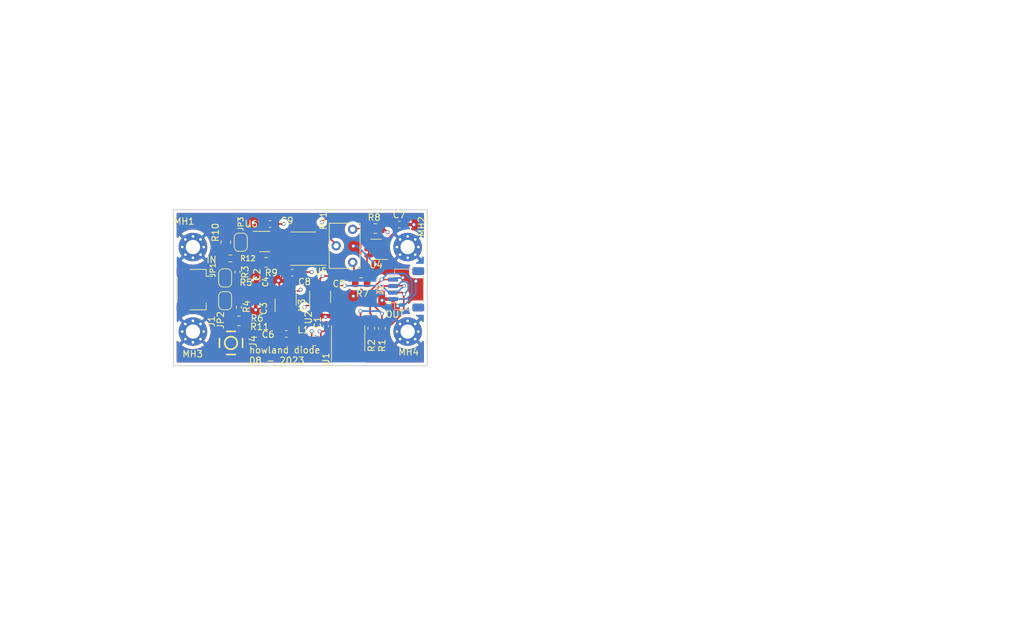
<source format=kicad_pcb>
(kicad_pcb (version 20211014) (generator pcbnew)
  (layers (0 "F.Cu" signal) (1 "In1.Cu" signal) (2 "In2.Cu" power) (31 "B.Cu" power) (34 "B.Paste" user) (35 "F.Paste" user) (36 "B.SilkS" user "B.Silkscreen") (37 "F.SilkS" user "F.Silkscreen") (38 "B.Mask" user) (39 "F.Mask" user) (44 "Edge.Cuts" user))
  (net 0 "")
  (net 1 "GND")
  (net 2 "/Channel1/V+")
  (net 3 "/Channel1/buffer/in+")
  (net 4 "/Channel1/buffer/in-")
  (net 5 "/Channel1/V-")
  (net 6 "+3V3")
  (net 7 "VD")
  (net 8 "/Channel1/I+")
  (net 9 "/Channel1/I-")
  (net 10 "Net-(JP3-Pad1)")
  (net 11 "/Channel1/buffer/out-")
  (net 12 "/Channel1/buffer/out+")
  (net 13 "Net-(JP3-Pad2)")
  (net 14 "GNDPWR")
  (net 15 "/scl-rx")
  (net 16 "/sda-tx")
  (net 17 "Net-(R7-Pad1)")
  (net 18 "Net-(R7-Pad2)")
  (net 19 "Net-(R8-Pad1)")
  (net 21 "Net-(RV1-Pad2)")
  (net 22 "Net-(R10-Pad2)")
  (net 26 "Net-(U5-Pad6)")
  (footprint "MountingHole:MountingHole_2.2mm_M2_Pad_Via" (layer "F.Cu") (at 103 84)
    (fp_text reference "MH1" (at -1.35 -3.95) (layer "F.SilkS"))
    (fp_text value "MountingHole")
    (pad "1" thru_hole circle locked (at -1.65 0) (size 0.7 0.7) (drill 0.4) (layers *.Cu *.Mask) (net 14 "GNDPWR"))
    (pad "1" thru_hole circle locked (at 0 -1.65) (size 0.7 0.7) (drill 0.4) (layers *.Cu *.Mask) (net 14 "GNDPWR"))
    (pad "1" thru_hole circle locked (at 1.166726 1.166726) (size 0.7 0.7) (drill 0.4) (layers *.Cu *.Mask) (net 14 "GNDPWR"))
    (pad "1" thru_hole circle locked (at 1.166726 -1.166726) (size 0.7 0.7) (drill 0.4) (layers *.Cu *.Mask) (net 14 "GNDPWR"))
    (pad "1" thru_hole circle locked (at 0 0) (size 4.4 4.4) (drill 2.2) (layers *.Cu *.Mask) (net 14 "GNDPWR"))
    (pad "1" thru_hole circle locked (at 1.65 0) (size 0.7 0.7) (drill 0.4) (layers *.Cu *.Mask) (net 14 "GNDPWR"))
    (pad "1" thru_hole circle locked (at -1.166726 -1.166726) (size 0.7 0.7) (drill 0.4) (layers *.Cu *.Mask) (net 14 "GNDPWR"))
    (pad "1" thru_hole circle locked (at -1.166726 1.166726) (size 0.7 0.7) (drill 0.4) (layers *.Cu *.Mask) (net 14 "GNDPWR"))
    (pad "1" thru_hole circle locked (at 0 1.65) (size 0.7 0.7) (drill 0.4) (layers *.Cu *.Mask) (net 14 "GNDPWR"))
  )
  (footprint "MountingHole:MountingHole_2.2mm_M2_Pad_Via" (layer "F.Cu") (at 136 84)
    (fp_text reference "MH2" (at 2.15 -3.15 90) (layer "F.SilkS"))
    (fp_text value "MountingHole")
    (pad "1" thru_hole circle locked (at 0 0) (size 4.4 4.4) (drill 2.2) (layers *.Cu *.Mask) (net 14 "GNDPWR"))
    (pad "1" thru_hole circle locked (at 1.166726 -1.166726) (size 0.7 0.7) (drill 0.4) (layers *.Cu *.Mask) (net 14 "GNDPWR"))
    (pad "1" thru_hole circle locked (at -1.65 0) (size 0.7 0.7) (drill 0.4) (layers *.Cu *.Mask) (net 14 "GNDPWR"))
    (pad "1" thru_hole circle locked (at 1.65 0) (size 0.7 0.7) (drill 0.4) (layers *.Cu *.Mask) (net 14 "GNDPWR"))
    (pad "1" thru_hole circle locked (at 1.166726 1.166726) (size 0.7 0.7) (drill 0.4) (layers *.Cu *.Mask) (net 14 "GNDPWR"))
    (pad "1" thru_hole circle locked (at 0 -1.65) (size 0.7 0.7) (drill 0.4) (layers *.Cu *.Mask) (net 14 "GNDPWR"))
    (pad "1" thru_hole circle locked (at 0 1.65) (size 0.7 0.7) (drill 0.4) (layers *.Cu *.Mask) (net 14 "GNDPWR"))
    (pad "1" thru_hole circle locked (at -1.166726 1.166726) (size 0.7 0.7) (drill 0.4) (layers *.Cu *.Mask) (net 14 "GNDPWR"))
    (pad "1" thru_hole circle locked (at -1.166726 -1.166726) (size 0.7 0.7) (drill 0.4) (layers *.Cu *.Mask) (net 14 "GNDPWR"))
  )
  (footprint "MountingHole:MountingHole_2.2mm_M2_Pad_Via" (layer "F.Cu") (at 103 97)
    (fp_text reference "MH3" (at -0.05 3.45) (layer "F.SilkS"))
    (fp_text value "MountingHole")
    (pad "1" thru_hole circle locked (at -1.166726 1.166726) (size 0.7 0.7) (drill 0.4) (layers *.Cu *.Mask) (net 14 "GNDPWR"))
    (pad "1" thru_hole circle locked (at 0 0) (size 4.4 4.4) (drill 2.2) (layers *.Cu *.Mask) (net 14 "GNDPWR"))
    (pad "1" thru_hole circle locked (at 1.166726 1.166726) (size 0.7 0.7) (drill 0.4) (layers *.Cu *.Mask) (net 14 "GNDPWR"))
    (pad "1" thru_hole circle locked (at -1.166726 -1.166726) (size 0.7 0.7) (drill 0.4) (layers *.Cu *.Mask) (net 14 "GNDPWR"))
    (pad "1" thru_hole circle locked (at 1.166726 -1.166726) (size 0.7 0.7) (drill 0.4) (layers *.Cu *.Mask) (net 14 "GNDPWR"))
    (pad "1" thru_hole circle locked (at 0 -1.65) (size 0.7 0.7) (drill 0.4) (layers *.Cu *.Mask) (net 14 "GNDPWR"))
    (pad "1" thru_hole circle locked (at 1.65 0) (size 0.7 0.7) (drill 0.4) (layers *.Cu *.Mask) (net 14 "GNDPWR"))
    (pad "1" thru_hole circle locked (at -1.65 0) (size 0.7 0.7) (drill 0.4) (layers *.Cu *.Mask) (net 14 "GNDPWR"))
    (pad "1" thru_hole circle locked (at 0 1.65) (size 0.7 0.7) (drill 0.4) (layers *.Cu *.Mask) (net 14 "GNDPWR"))
  )
  (footprint "MountingHole:MountingHole_2.2mm_M2_Pad_Via" (layer "F.Cu") (at 136 97)
    (fp_text reference "MH4" (at 0.15 3.15) (layer "F.SilkS"))
    (fp_text value "MountingHole")
    (pad "1" thru_hole circle locked (at 0 0) (size 4.4 4.4) (drill 2.2) (layers *.Cu *.Mask) (net 14 "GNDPWR"))
    (pad "1" thru_hole circle locked (at -1.166726 -1.166726) (size 0.7 0.7) (drill 0.4) (layers *.Cu *.Mask) (net 14 "GNDPWR"))
    (pad "1" thru_hole circle locked (at -1.65 0) (size 0.7 0.7) (drill 0.4) (layers *.Cu *.Mask) (net 14 "GNDPWR"))
    (pad "1" thru_hole circle locked (at 1.65 0) (size 0.7 0.7) (drill 0.4) (layers *.Cu *.Mask) (net 14 "GNDPWR"))
    (pad "1" thru_hole circle locked (at 0 -1.65) (size 0.7 0.7) (drill 0.4) (layers *.Cu *.Mask) (net 14 "GNDPWR"))
    (pad "1" thru_hole circle locked (at 1.166726 1.166726) (size 0.7 0.7) (drill 0.4) (layers *.Cu *.Mask) (net 14 "GNDPWR"))
    (pad "1" thru_hole circle locked (at 1.166726 -1.166726) (size 0.7 0.7) (drill 0.4) (layers *.Cu *.Mask) (net 14 "GNDPWR"))
    (pad "1" thru_hole circle locked (at -1.166726 1.166726) (size 0.7 0.7) (drill 0.4) (layers *.Cu *.Mask) (net 14 "GNDPWR"))
    (pad "1" thru_hole circle locked (at 0 1.65) (size 0.7 0.7) (drill 0.4) (layers *.Cu *.Mask) (net 14 "GNDPWR"))
  )
  (footprint "Resistor_SMD:R_0402_1005Metric" (layer "F.Cu") (at 110.765 90.55 180)
    (fp_text reference "R5" (at -0.385 1.1) (layer "F.SilkS"))
    (fp_text value "100K")
    (pad "1" smd roundrect locked (at -0.485 0 180) (size 0.59 0.64) (layers "F.Cu" "F.Paste" "F.Mask") (net 3 "/Channel1/buffer/in+"))
    (pad "2" smd roundrect locked (at 0.485 0 180) (size 0.59 0.64) (layers "F.Cu" "F.Paste" "F.Mask") (net 2 "/Channel1/V+"))
  )
  (footprint "Resistor_SMD:R_0402_1005Metric" (layer "F.Cu") (at 110.75 91.65 180)
    (fp_text reference "R6" (at -2.1 -3.3) (layer "F.SilkS"))
    (fp_text value "100K")
    (pad "1" smd roundrect locked (at -0.485 0 180) (size 0.59 0.64) (layers "F.Cu" "F.Paste" "F.Mask") (net 4 "/Channel1/buffer/in-"))
    (pad "2" smd roundrect locked (at 0.485 0 180) (size 0.59 0.64) (layers "F.Cu" "F.Paste" "F.Mask") (net 5 "/Channel1/V-"))
  )
  (footprint "Inductor_SMD:L_0805_2012Metric_Pad1.15x1.40mm_HandSolder" (layer "F.Cu") (at 121.635 98.45 180)
    (fp_text reference "L1" (at 1.685 1.7) (layer "F.SilkS"))
    (fp_text value "MMZ2012Y202B ")
    (pad "1" smd roundrect locked (at -1.025 0 180) (size 1.15 1.4) (layers "F.Cu" "F.Paste" "F.Mask") (roundrect_rratio 0.2173913043) (net 7 "VD"))
    (pad "2" smd roundrect locked (at 1.025 0 180) (size 1.15 1.4) (layers "F.Cu" "F.Paste" "F.Mask") (roundrect_rratio 0.2173913043) (net 6 "+3V3"))
  )
  (footprint "Capacitor_SMD:C_0402_1005Metric" (layer "F.Cu") (at 112.65 90.05 -90)
    (fp_text reference "C2" (at -1.8 -0.2 90) (layer "F.SilkS"))
    (fp_text value "100nF")
    (pad "1" smd roundrect locked (at -0.485 0 270) (size 0.59 0.64) (layers "F.Cu" "F.Paste" "F.Mask") (net 1 "GND"))
    (pad "2" smd roundrect locked (at 0.485 0 270) (size 0.59 0.64) (layers "F.Cu" "F.Paste" "F.Mask") (net 3 "/Channel1/buffer/in+"))
  )
  (footprint "Capacitor_SMD:C_0402_1005Metric" (layer "F.Cu") (at 112.65 92.135 -90)
    (fp_text reference "C3" (at 1.315 -1.2 90) (layer "F.SilkS"))
    (fp_text value "100nF")
    (pad "1" smd roundrect locked (at -0.485 0 270) (size 0.59 0.64) (layers "F.Cu" "F.Paste" "F.Mask") (net 4 "/Channel1/buffer/in-"))
    (pad "2" smd roundrect locked (at 0.485 0 270) (size 0.59 0.64) (layers "F.Cu" "F.Paste" "F.Mask") (net 1 "GND"))
  )
  (footprint "Capacitor_SMD:C_0402_1005Metric" (layer "F.Cu") (at 114.05 91.075 -90)
    (fp_text reference "C4" (at -1.725 -0.1 90) (layer "F.SilkS") (effects (font (size 0.8 0.8))))
    (fp_text value "1uF")
    (pad "1" smd roundrect locked (at -0.485 0 270) (size 0.59 0.64) (layers "F.Cu" "F.Paste" "F.Mask") (net 3 "/Channel1/buffer/in+"))
    (pad "2" smd roundrect locked (at 0.485 0 270) (size 0.59 0.64) (layers "F.Cu" "F.Paste" "F.Mask") (net 4 "/Channel1/buffer/in-"))
  )
  (footprint "Capacitor_SMD:C_0402_1005Metric" (layer "F.Cu") (at 124.65 88.35)
    (fp_text reference "C5" (at 0.8 1.3) (layer "F.SilkS"))
    (fp_text value "100nF")
    (pad "1" smd roundrect locked (at -0.485 0) (size 0.59 0.64) (layers "F.Cu" "F.Paste" "F.Mask") (net 7 "VD"))
    (pad "2" smd roundrect locked (at 0.485 0) (size 0.59 0.64) (layers "F.Cu" "F.Paste" "F.Mask") (net 1 "GND"))
  )
  (footprint "Connector_JST:JST_SH_SM04B-SRSS-TB_1x04-1MP_P1.00mm_Horizontal" (layer "F.Cu") (at 103.25 90.55 -90)
    (fp_text reference "J1" (at 4.9 -2.6 90) (layer "F.SilkS"))
    (fp_text value "Conn_01x04")
    (pad "1" smd roundrect locked (at -1.5 -2 270) (size 0.6 1.55) (layers "F.Cu" "F.Paste" "F.Mask") (net 8 "/Channel1/I+"))
    (pad "2" smd roundrect locked (at -0.5 -2 270) (size 0.6 1.55) (layers "F.Cu" "F.Paste" "F.Mask") (net 2 "/Channel1/V+"))
    (pad "3" smd roundrect locked (at 0.5 -2 270) (size 0.6 1.55) (layers "F.Cu" "F.Paste" "F.Mask") (net 5 "/Channel1/V-"))
    (pad "4" smd roundrect locked (at 1.5 -2 270) (size 0.6 1.55) (layers "F.Cu" "F.Paste" "F.Mask") (net 9 "/Channel1/I-"))
    (pad "MP" smd roundrect locked (at 2.8 1.875 270) (size 1.2 1.8) (layers "F.Cu" "F.Paste" "F.Mask") (roundrect_rratio 0.2083333333))
    (pad "MP" smd roundrect locked (at -2.8 1.875 270) (size 1.2 1.8) (layers "F.Cu" "F.Paste" "F.Mask") (roundrect_rratio 0.2083333333))
  )
  (footprint "Jumper:SolderJumper-2_P1.3mm_Open_RoundedPad1.0x1.5mm" (layer "F.Cu") (at 107.95 88.75 -90)
    (fp_text reference "JP1" (at -1.2 1.9 90) (layer "F.SilkS") (effects (font (size 0.8 0.8))))
    (fp_text value "Jumper_NO_Small")
    (pad "1" smd custom locked (at -0.65 0 270) (size 1 0.5) (layers "F.Cu" "F.Mask") (net 8 "/Channel1/I+") (options (clearance outline) (anchor rect)) (primitives (gr_circle (center 0 0.25) (end 0.5 0.25) (width 0) (fill yes)) (gr_circle (center 0 -0.25) (end 0.5 -0.25) (width 0) (fill yes)) (gr_poly (pts (xy 0 -0.75) (xy 0.5 -0.75) (xy 0.5 0.75) (xy 0 0.75)) (width 0) (fill yes))))
    (pad "2" smd custom locked (at 0.65 0 270) (size 1 0.5) (layers "F.Cu" "F.Mask") (net 2 "/Channel1/V+") (options (clearance outline) (anchor rect)) (primitives (gr_circle (center 0 0.25) (end 0.5 0.25) (width 0) (fill yes)) (gr_circle (center 0 -0.25) (end 0.5 -0.25) (width 0) (fill yes)) (gr_poly (pts (xy 0 -0.75) (xy -0.5 -0.75) (xy -0.5 0.75) (xy 0 0.75)) (width 0) (fill yes))))
  )
  (footprint "Jumper:SolderJumper-2_P1.3mm_Open_RoundedPad1.0x1.5mm" (layer "F.Cu") (at 107.95 92.25 -90)
    (fp_text reference "JP2" (at 3 0.7 90) (layer "F.SilkS"))
    (fp_text value "Jumper_NO_Small")
    (pad "1" smd custom locked (at -0.65 0 270) (size 1 0.5) (layers "F.Cu" "F.Mask") (net 5 "/Channel1/V-") (options (clearance outline) (anchor rect)) (primitives (gr_circle (center 0 0.25) (end 0.5 0.25) (width 0) (fill yes)) (gr_circle (center 0 -0.25) (end 0.5 -0.25) (width 0) (fill yes)) (gr_poly (pts (xy 0 -0.75) (xy 0.5 -0.75) (xy 0.5 0.75) (xy 0 0.75)) (width 0) (fill yes))))
    (pad "2" smd custom locked (at 0.65 0 270) (size 1 0.5) (layers "F.Cu" "F.Mask") (net 9 "/Channel1/I-") (options (clearance outline) (anchor rect)) (primitives (gr_circle (center 0 0.25) (end 0.5 0.25) (width 0) (fill yes)) (gr_circle (center 0 -0.25) (end 0.5 -0.25) (width 0) (fill yes)) (gr_poly (pts (xy 0 -0.75) (xy -0.5 -0.75) (xy -0.5 0.75) (xy 0 0.75)) (width 0) (fill yes))))
  )
  (footprint "Resistor_SMD:R_0603_1608Metric_Pad1.05x0.95mm_HandSolder" (layer "F.Cu") (at 132.05 96.5 90)
    (fp_text reference "R1" (at -2.65 0 90) (layer "F.SilkS"))
    (fp_text value "10K")
    (pad "1" smd roundrect locked (at -0.875 0 90) (size 1.05 0.95) (layers "F.Cu" "F.Paste" "F.Mask") (net 7 "VD"))
    (pad "2" smd roundrect locked (at 0.875 0 90) (size 1.05 0.95) (layers "F.Cu" "F.Paste" "F.Mask") (net 16 "/sda-tx"))
  )
  (footprint "Resistor_SMD:R_0603_1608Metric_Pad1.05x0.95mm_HandSolder" (layer "F.Cu") (at 130.4 96.5 90)
    (fp_text reference "R2" (at -2.65 0.05 90) (layer "F.SilkS"))
    (fp_text value "10K")
    (pad "1" smd roundrect locked (at -0.875 0 90) (size 1.05 0.95) (layers "F.Cu" "F.Paste" "F.Mask") (net 7 "VD"))
    (pad "2" smd roundrect locked (at 0.875 0 90) (size 1.05 0.95) (layers "F.Cu" "F.Paste" "F.Mask") (net 15 "/scl-rx"))
  )
  (footprint "Connector_JST:JST_SH_SM04B-SRSS-TB_1x04-1MP_P1.00mm_Horizontal" (layer "F.Cu") (at 135.75 90.5 90)
    (fp_text reference "J2" (at 0 -3.98 90) (layer "F.SilkS"))
    (fp_text value "JST_SH_Conn_01x04_i2c_horizontal")
    (pad "1" smd roundrect locked (at -1.5 -2 90) (size 0.6 1.55) (layers "F.Cu" "F.Paste" "F.Mask") (net 1 "GND"))
    (pad "2" smd roundrect locked (at -0.5 -2 90) (size 0.6 1.55) (layers "F.Cu" "F.Paste" "F.Mask") (net 7 "VD"))
    (pad "3" smd roundrect locked (at 0.5 -2 90) (size 0.6 1.55) (layers "F.Cu" "F.Paste" "F.Mask") (net 16 "/sda-tx"))
    (pad "4" smd roundrect locked (at 1.5 -2 90) (size 0.6 1.55) (layers "F.Cu" "F.Paste" "F.Mask") (net 15 "/scl-rx"))
    (pad "MP" smd roundrect locked (at 2.8 1.875 90) (size 1.2 1.8) (layers "F.Cu" "F.Paste" "F.Mask") (roundrect_rratio 0.2083333333))
    (pad "MP" smd roundrect locked (at -2.8 1.875 90) (size 1.2 1.8) (layers "F.Cu" "F.Paste" "F.Mask") (roundrect_rratio 0.2083333333))
  )
  (footprint "Package_SO:VSSOP-8_3.0x3.0mm_P0.65mm" (layer "F.Cu") (at 117.25 92.95 -90)
    (fp_text reference "U3" (at 0 -2.5 -90) (layer "F.SilkS"))
    (fp_text value "TLV2782IDGKR")
    (pad "1" smd rect (at -2.2 -0.975 180) (size 0.45 1.45) (layers "F.Cu" "F.Paste" "F.Mask") (net 12 "/Channel1/buffer/out+"))
    (pad "2" smd rect (at -2.2 -0.325 180) (size 0.45 1.45) (layers "F.Cu" "F.Paste" "F.Mask") (net 12 "/Channel1/buffer/out+"))
    (pad "3" smd rect (at -2.2 0.325 180) (size 0.45 1.45) (layers "F.Cu" "F.Paste" "F.Mask") (net 3 "/Channel1/buffer/in+"))
    (pad "4" smd rect (at -2.2 0.975 180) (size 0.45 1.45) (layers "F.Cu" "F.Paste" "F.Mask") (net 1 "GND"))
    (pad "5" smd rect (at 2.2 0.975 180) (size 0.45 1.45) (layers "F.Cu" "F.Paste" "F.Mask") (net 4 "/Channel1/buffer/in-"))
    (pad "6" smd rect (at 2.2 0.325 180) (size 0.45 1.45) (layers "F.Cu" "F.Paste" "F.Mask") (net 11 "/Channel1/buffer/out-"))
    (pad "7" smd rect (at 2.2 -0.325 180) (size 0.45 1.45) (layers "F.Cu" "F.Paste" "F.Mask") (net 11 "/Channel1/buffer/out-"))
    (pad "8" smd rect (at 2.2 -0.975 180) (size 0.45 1.45) (layers "F.Cu" "F.Paste" "F.Mask") (net 6 "+3V3"))
  )
  (footprint "Package_TO_SOT_SMD:TSOT-23-5" (layer "F.Cu") (at 114.05 83.15)
    (fp_text reference "U6" (at -2.1 -2.7) (layer "F.SilkS"))
    (fp_text value "AD8628")
    (pad "1" smd roundrect (at -1.1375 -0.95) (size 1.325 0.6) (layers "F.Cu" "F.Paste" "F.Mask") (net 26 "Net-(U5-Pad6)"))
    (pad "2" smd roundrect (at -1.1375 0) (size 1.325 0.6) (layers "F.Cu" "F.Paste" "F.Mask") (net 1 "GND"))
    (pad "3" smd roundrect (at -1.1375 0.95) (size 1.325 0.6) (layers "F.Cu" "F.Paste" "F.Mask") (net 8 "/Channel1/I+"))
    (pad "4" smd roundrect (at 1.1375 0.95) (size 1.325 0.6) (layers "F.Cu" "F.Paste" "F.Mask") (net 26 "Net-(U5-Pad6)"))
    (pad "5" smd roundrect (at 1.1375 -0.95) (size 1.325 0.6) (layers "F.Cu" "F.Paste" "F.Mask") (net 6 "+3V3"))
  )
  (footprint "Package_TO_SOT_SMD:SOT-23-6" (layer "F.Cu") (at 131.15 84.35 180)
    (fp_text reference "U4" (at 0 -2.4) (layer "F.SilkS"))
    (fp_text value "REF3425IDBVR")
    (pad "1" smd roundrect (at -1.1375 -0.95 180) (size 1.325 0.6) (layers "F.Cu" "F.Paste" "F.Mask") (net 1 "GND"))
    (pad "2" smd roundrect (at -1.1375 0 180) (size 1.325 0.6) (layers "F.Cu" "F.Paste" "F.Mask") (net 1 "GND"))
    (pad "3" smd roundrect (at -1.1375 0.95 180) (size 1.325 0.6) (layers "F.Cu" "F.Paste" "F.Mask") (net 6 "+3V3"))
    (pad "4" smd roundrect (at 1.1375 0.95 180) (size 1.325 0.6) (layers "F.Cu" "F.Paste" "F.Mask") (net 6 "+3V3"))
    (pad "5" smd roundrect (at 1.1375 0 180) (size 1.325 0.6) (layers "F.Cu" "F.Paste" "F.Mask") (net 17 "Net-(R7-Pad1)"))
    (pad "6" smd roundrect (at 1.1375 -0.95 180) (size 1.325 0.6) (layers "F.Cu" "F.Paste" "F.Mask") (net 17 "Net-(R7-Pad1)"))
  )
  (footprint "Resistor_SMD:R_0402_1005Metric" (layer "F.Cu") (at 109.85 87.85 -90)
    (fp_text reference "R3" (at 0 -1.17 90) (layer "F.SilkS"))
    (fp_text value "1M")
    (pad "1" smd roundrect (at -0.51 0 270) (size 0.54 0.64) (layers "F.Cu" "F.Paste" "F.Mask") (net 8 "/Channel1/I+"))
    (pad "2" smd roundrect (at 0.51 0 270) (size 0.54 0.64) (layers "F.Cu" "F.Paste" "F.Mask") (net 2 "/Channel1/V+"))
  )
  (footprint "0my_footprints6:MMCX-SMD_KH-MMCX-KE-STM" (layer "F.Cu") (at 108.85 98.75 -90)
    (fp_text reference "J4" (at -1.3 -3.4 90) (layer "F.SilkS") (effects (font (size 1.143 1.143) (thickness 0.152)) (justify right)))
    (fp_text value "MMCX-KE-STM" hide)
    (pad "1" smd circle locked (at 0 0 270) (size 1 1) (layers "F.Cu" "F.Paste" "F.Mask") (net 9 "/Channel1/I-"))
    (pad "2" smd rect locked (at -1.4 -1.4 270) (size 1 1) (layers "F.Cu" "F.Paste" "F.Mask") (net 1 "GND"))
    (pad "2" smd rect locked (at 1.4 1.4 270) (size 1 1) (layers "F.Cu" "F.Paste" "F.Mask") (net 1 "GND"))
    (pad "2" smd rect locked (at -1.4 1.4 270) (size 1 1) (layers "F.Cu" "F.Paste" "F.Mask") (net 1 "GND"))
    (pad "2" smd rect locked (at 1.4 -1.4 270) (size 1 1) (layers "F.Cu" "F.Paste" "F.Mask") (net 1 "GND"))
  )
  (footprint "Package_TO_SOT_SMD:SOT-23-6_Handsoldering" (layer "F.Cu") (at 122.55 91.65 90)
    (fp_text reference "U2" (at -3.2 -1.8 90) (layer "F.SilkS"))
    (fp_text value "MCP3421A0T-ECH")
    (pad "1" smd rect (at -1.35 -0.95 90) (size 1.56 0.65) (layers "F.Cu" "F.Paste" "F.Mask") (net 12 "/Channel1/buffer/out+"))
    (pad "2" smd rect (at -1.35 0 90) (size 1.56 0.65) (layers "F.Cu" "F.Paste" "F.Mask") (net 1 "GND"))
    (pad "3" smd rect (at -1.35 0.95 90) (size 1.56 0.65) (layers "F.Cu" "F.Paste" "F.Mask") (net 15 "/scl-rx"))
    (pad "4" smd rect (at 1.35 0.95 90) (size 1.56 0.65) (layers "F.Cu" "F.Paste" "F.Mask") (net 16 "/sda-tx"))
    (pad "5" smd rect (at 1.35 0 90) (size 1.56 0.65) (layers "F.Cu" "F.Paste" "F.Mask") (net 7 "VD"))
    (pad "6" smd rect (at 1.35 -0.95 90) (size 1.56 0.65) (layers "F.Cu" "F.Paste" "F.Mask") (net 11 "/Channel1/buffer/out-"))
  )
  (footprint "Capacitor_SMD:C_0402_1005Metric" (layer "F.Cu") (at 123.45 96.15 90)
    (fp_text reference "C1" (at 0.5 -1.3 90) (layer "F.SilkS"))
    (fp_text value "100nF")
    (pad "1" smd roundrect (at -0.48 0 90) (size 0.56 0.62) (layers "F.Cu" "F.Paste" "F.Mask") (net 7 "VD"))
    (pad "2" smd roundrect (at 0.48 0 90) (size 0.56 0.62) (layers "F.Cu" "F.Paste" "F.Mask"))
  )
  (footprint "Resistor_SMD:R_0603_1608Metric_Pad0.98x0.95mm_HandSolder" (layer "F.Cu") (at 108.75 85.75 180)
    (fp_text reference "R12" (at -2.7 0) (layer "F.SilkS") (effects (font (size 0.8 0.8))))
    (fp_text value "0")
    (pad "1" smd roundrect (at -0.9125 0 180) (size 0.975 0.95) (layers "F.Cu" "F.Paste" "F.Mask") (net 22 "Net-(R10-Pad2)"))
    (pad "2" smd roundrect (at 0.9125 0 180) (size 0.975 0.95) (layers "F.Cu" "F.Paste" "F.Mask") (net 8 "/Channel1/I+"))
  )
  (footprint "Package_SO:SOIC-8_3.9x4.9mm_P1.27mm" (layer "F.Cu") (at 126.85 98.05 90)
    (fp_text reference "U1" (at -3.2 -3.4 90) (layer "F.SilkS"))
    (fp_text value "FM24V05")
    (pad "1" smd roundrect (at -2.475 -1.905 90) (size 1.95 0.6) (layers "F.Cu" "F.Paste" "F.Mask") (net 1 "GND"))
    (pad "2" smd roundrect (at -2.475 -0.635 90) (size 1.95 0.6) (layers "F.Cu" "F.Paste" "F.Mask") (net 1 "GND"))
    (pad "3" smd roundrect (at -2.475 0.635 90) (size 1.95 0.6) (layers "F.Cu" "F.Paste" "F.Mask") (net 1 "GND"))
    (pad "4" smd roundrect (at -2.475 1.905 90) (size 1.95 0.6) (layers "F.Cu" "F.Paste" "F.Mask") (net 1 "GND"))
    (pad "5" smd roundrect (at 2.475 1.905 90) (size 1.95 0.6) (layers "F.Cu" "F.Paste" "F.Mask") (net 16 "/sda-tx"))
    (pad "6" smd roundrect (at 2.475 0.635 90) (size 1.95 0.6) (layers "F.Cu" "F.Paste" "F.Mask") (net 15 "/scl-rx"))
    (pad "7" smd roundrect (at 2.475 -0.635 90) (size 1.95 0.6) (layers "F.Cu" "F.Paste" "F.Mask"))
    (pad "8" smd roundrect (at 2.475 -1.905 90) (size 1.95 0.6) (layers "F.Cu" "F.Paste" "F.Mask") (net 7 "VD"))
  )
  (footprint "Resistor_SMD:R_0805_2012Metric" (layer "F.Cu") (at 131.05 81.15)
    (fp_text reference "R8" (at -0.2 -1.7) (layer "F.SilkS"))
    (fp_text value "10K")
    (pad "1" smd roundrect (at -0.9125 0) (size 1.025 1.4) (layers "F.Cu" "F.Paste" "F.Mask") (roundrect_rratio 0.243902439) (net 19 "Net-(R8-Pad1)"))
    (pad "2" smd roundrect (at 0.9125 0) (size 1.025 1.4) (layers "F.Cu" "F.Paste" "F.Mask") (roundrect_rratio 0.243902439) (net 1 "GND"))
  )
  (footprint "Potentiometer_THT:Potentiometer_Bourns_3266W_Vertical" (layer "F.Cu") (at 127.55 86.35 -90)
    (fp_text reference "RV1" (at -6.4 4.5 90) (layer "F.SilkS"))
    (fp_text value "R_Potentiometer_Trim")
    (pad "1" thru_hole circle (at 0 0 270) (size 1.44 1.44) (drill 0.8) (layers *.Cu *.Mask) (net 18 "Net-(R7-Pad2)"))
    (pad "2" thru_hole circle (at -2.54 2.54 270) (size 1.44 1.44) (drill 0.8) (layers *.Cu *.Mask) (net 21 "Net-(RV1-Pad2)"))
    (pad "3" thru_hole circle (at -5.08 0 270) (size 1.44 1.44) (drill 0.8) (layers *.Cu *.Mask) (net 19 "Net-(R8-Pad1)"))
  )
  (footprint "Package_SO:SOIC-8_3.9x4.9mm_P1.27mm" (layer "F.Cu") (at 119.95 84.25 180)
    (fp_text reference "U5" (at -2.7 -3.5) (layer "F.SilkS"))
    (fp_text value "INA826")
    (pad "1" smd roundrect (at -2.475 -1.905 180) (size 1.95 0.6) (layers "F.Cu" "F.Paste" "F.Mask") (net 1 "GND"))
    (pad "2" smd roundrect (at -2.475 -0.635 180) (size 1.95 0.6) (layers "F.Cu" "F.Paste" "F.Mask"))
    (pad "3" smd roundrect (at -2.475 0.635 180) (size 1.95 0.6) (layers "F.Cu" "F.Paste" "F.Mask"))
    (pad "4" smd roundrect (at -2.475 1.905 180) (size 1.95 0.6) (layers "F.Cu" "F.Paste" "F.Mask") (net 21 "Net-(RV1-Pad2)"))
    (pad "5" smd roundrect (at 2.475 1.905 180) (size 1.95 0.6) (layers "F.Cu" "F.Paste" "F.Mask") (net 1 "GND"))
    (pad "6" smd roundrect (at 2.475 0.635 180) (size 1.95 0.6) (layers "F.Cu" "F.Paste" "F.Mask") (net 26 "Net-(U5-Pad6)"))
    (pad "7" smd roundrect (at 2.475 -0.635 180) (size 1.95 0.6) (layers "F.Cu" "F.Paste" "F.Mask") (net 10 "Net-(JP3-Pad1)"))
    (pad "8" smd roundrect (at 2.475 -1.905 180) (size 1.95 0.6) (layers "F.Cu" "F.Paste" "F.Mask") (net 6 "+3V3"))
  )
  (footprint "Capacitor_SMD:C_0603_1608Metric_Pad1.08x0.95mm_HandSolder" (layer "F.Cu") (at 118.25 87.95)
    (fp_text reference "C8" (at 1.9 1.4) (layer "F.SilkS"))
    (fp_text value "100nF")
    (pad "1" smd roundrect (at -0.8625 0) (size 1.075 0.95) (layers "F.Cu" "F.Paste" "F.Mask") (net 1 "GND"))
    (pad "2" smd roundrect (at 0.8625 0) (size 1.075 0.95) (layers "F.Cu" "F.Paste" "F.Mask") (net 6 "+3V3"))
  )
  (footprint "Resistor_SMD:R_0805_2012Metric" (layer "F.Cu") (at 110.05 95.35 180)
    (fp_text reference "R11" (at -3.2 -0.9) (layer "F.SilkS"))
    (fp_text value "10K")
    (pad "1" smd roundrect (at -0.9125 0 180) (size 1.025 1.4) (layers "F.Cu" "F.Paste" "F.Mask") (roundrect_rratio 0.243902439) (net 1 "GND"))
    (pad "2" smd roundrect (at 0.9125 0 180) (size 1.025 1.4) (layers "F.Cu" "F.Paste" "F.Mask") (roundrect_rratio 0.243902439) (net 9 "/Channel1/I-"))
  )
  (footprint "Resistor_SMD:R_0805_2012Metric" (layer "F.Cu") (at 108.05 83.25 -90)
    (fp_text reference "R10" (at -1.5 1.6 90) (layer "F.SilkS"))
    (fp_text value "12.7M")
    (pad "1" smd roundrect (at -0.9125 0 270) (size 1.025 1.4) (layers "F.Cu" "F.Paste" "F.Mask") (roundrect_rratio 0.243902439) (net 13 "Net-(JP3-Pad2)"))
    (pad "2" smd roundrect (at 0.9125 0 270) (size 1.025 1.4) (layers "F.Cu" "F.Paste" "F.Mask") (roundrect_rratio 0.243902439) (net 22 "Net-(R10-Pad2)"))
  )
  (footprint "Resistor_SMD:R_0805_2012Metric" (layer "F.Cu") (at 128.85 89.45 180)
    (fp_text reference "R7" (at -0.2 -1.7) (layer "F.SilkS"))
    (fp_text value "10K")
    (pad "1" smd roundrect (at -0.9125 0 180) (size 1.025 1.4) (layers "F.Cu" "F.Paste" "F.Mask") (roundrect_rratio 0.243902439) (net 17 "Net-(R7-Pad1)"))
    (pad "2" smd roundrect (at 0.9125 0 180) (size 1.025 1.4) (layers "F.Cu" "F.Paste" "F.Mask") (roundrect_rratio 0.243902439) (net 18 "Net-(R7-Pad2)"))
  )
  (footprint "Resistor_SMD:R_0805_2012Metric" (layer "F.Cu") (at 114.25 86.35 180)
    (fp_text reference "R9" (at -0.8 -1.6) (layer "F.SilkS"))
    (fp_text value "125K")
    (pad "1" smd roundrect (at -0.9125 0 180) (size 1.025 1.4) (layers "F.Cu" "F.Paste" "F.Mask") (roundrect_rratio 0.243902439) (net 10 "Net-(JP3-Pad1)"))
    (pad "2" smd roundrect (at 0.9125 0 180) (size 1.025 1.4) (layers "F.Cu" "F.Paste" "F.Mask") (roundrect_rratio 0.243902439) (net 22 "Net-(R10-Pad2)"))
  )
  (footprint "Resistor_SMD:R_0402_1005Metric" (layer "F.Cu") (at 110.05 93.25 -90)
    (fp_text reference "R4" (at -0.1 -1.2 -90) (layer "F.SilkS"))
    (fp_text value "1M")
    (pad "1" smd roundrect (at -0.51 0 270) (size 0.54 0.64) (layers "F.Cu" "F.Paste" "F.Mask") (net 5 "/Channel1/V-"))
    (pad "2" smd roundrect (at 0.51 0 270) (size 0.54 0.64) (layers "F.Cu" "F.Paste" "F.Mask") (net 9 "/Channel1/I-"))
  )
  (footprint "Capacitor_SMD:C_0603_1608Metric_Pad1.08x0.95mm_HandSolder" (layer "F.Cu") (at 117.35 97.35 180)
    (fp_text reference "C6" (at 2.8 -0.1) (layer "F.SilkS"))
    (fp_text value "100nF")
    (pad "1" smd roundrect (at -0.8625 0 180) (size 1.075 0.95) (layers "F.Cu" "F.Paste" "F.Mask") (net 6 "+3V3"))
    (pad "2" smd roundrect (at 0.8625 0 180) (size 1.075 0.95) (layers "F.Cu" "F.Paste" "F.Mask") (net 1 "GND"))
  )
  (footprint "Jumper:SolderJumper-2_P1.3mm_Open_RoundedPad1.0x1.5mm" (layer "F.Cu") (at 110.35 83.25 90)
    (fp_text reference "JP3" (at 2.8 0 90) (layer "F.SilkS") (effects (font (size 0.8 0.8))))
    (fp_text value "Jumper_2_Open")
    (pad "1" smd custom (at -0.65 0 90) (size 1 0.5) (layers "F.Cu" "F.Mask") (net 10 "Net-(JP3-Pad1)") (options (clearance outline) (anchor rect)) (primitives (gr_circle (center 0 0.25) (end 0.5 0.25) (width 0) (fill yes)) (gr_circle (center 0 -0.25) (end 0.5 -0.25) (width 0) (fill yes)) (gr_poly (pts (xy 0.5 0.75) (xy 0 0.75) (xy 0 -0.75) (xy 0.5 -0.75)) (width 0) (fill yes))))
    (pad "2" smd custom (at 0.65 0 90) (size 1 0.5) (layers "F.Cu" "F.Mask") (net 13 "Net-(JP3-Pad2)") (options (clearance outline) (anchor rect)) (primitives (gr_circle (center 0 0.25) (end 0.5 0.25) (width 0) (fill yes)) (gr_circle (center 0 -0.25) (end 0.5 -0.25) (width 0) (fill yes)) (gr_poly (pts (xy 0 0.75) (xy -0.5 0.75) (xy -0.5 -0.75) (xy 0 -0.75)) (width 0) (fill yes))))
  )
  (footprint "Capacitor_SMD:C_0603_1608Metric_Pad1.08x0.95mm_HandSolder" (layer "F.Cu") (at 114.85 80.45)
    (fp_text reference "C9" (at 2.6 -0.5) (layer "F.SilkS"))
    (fp_text value "100nF")
    (pad "1" smd roundrect (at -0.8625 0) (size 1.075 0.95) (layers "F.Cu" "F.Paste" "F.Mask") (net 1 "GND"))
    (pad "2" smd roundrect (at 0.8625 0) (size 1.075 0.95) (layers "F.Cu" "F.Paste" "F.Mask") (net 6 "+3V3"))
  )
  (footprint "Capacitor_SMD:C_0603_1608Metric_Pad1.08x0.95mm_HandSolder" (layer "F.Cu") (at 134.75 80.55 180)
    (fp_text reference "C7" (at 0.0625 1.5) (layer "F.SilkS"))
    (fp_text value "100nF")
    (pad "1" smd roundrect (at -0.8625 0 180) (size 1.075 0.95) (layers "F.Cu" "F.Paste" "F.Mask") (net 1 "GND"))
    (pad "2" smd roundrect (at 0.8625 0 180) (size 1.075 0.95) (layers "F.Cu" "F.Paste" "F.Mask") (net 6 "+3V3"))
  )
  (footprint "Connector_JST:JST_SH_SM04B-SRSS-TB_1x04-1MP_P1.00mm_Horizontal" (layer "B.Cu") (at 135.75 90.5 -90)
    (fp_text reference "J3" (at 0 3.98 90) (layer "B.SilkS") (effects (justify mirror)))
    (fp_text value "JST_SH_Conn_01x04_i2c_horizontal")
    (pad "1" smd roundrect (at -1.5 2 270) (size 0.6 1.55) (layers "B.Cu" "B.Paste" "B.Mask") (net 1 "GND"))
    (pad "2" smd roundrect (at -0.5 2 270) (size 0.6 1.55) (layers "B.Cu" "B.Paste" "B.Mask") (net 7 "VD"))
    (pad "3" smd roundrect (at 0.5 2 270) (size 0.6 1.55) (layers "B.Cu" "B.Paste" "B.Mask") (net 16 "/sda-tx"))
    (pad "4" smd roundrect (at 1.5 2 270) (size 0.6 1.55) (layers "B.Cu" "B.Paste" "B.Mask") (net 15 "/scl-rx"))
    (pad "MP" smd roundrect (at -2.8 -1.875 270) (size 1.2 1.8) (layers "B.Cu" "B.Paste" "B.Mask") (roundrect_rratio 0.2083333333))
    (pad "MP" smd roundrect (at 2.8 -1.875 270) (size 1.2 1.8) (layers "B.Cu" "B.Paste" "B.Mask") (roundrect_rratio 0.2083333333))
  )
  (gr_rect (start 100 78.25) (end 139 102.25) (layer "Edge.Cuts") (width 0.15) (fill none))
  (gr_text "IN" (at 105.85 85.95) (layer "F.SilkS") (effects (font (size 1 1))))
  (gr_text "howland diode\n08 - 2023" (at 111.55 100.65) (layer "F.SilkS") (effects (font (size 1 1)) (justify left)))
  (gr_text "OUT" (at 134.05 94.35) (layer "F.SilkS") (effects (font (size 1 1))))
  (segment (start 133.75 92) (end 132.25 92) (width 0.25) (layer "F.Cu") (net 1))
  (segment (start 132.35 81.15) (end 132.908411 81.708411) (width 0.25) (layer "F.Cu") (net 1))
  (segment (start 112.55 80.45) (end 113.9875 80.45) (width 0.25) (layer "F.Cu") (net 1))
  (segment (start 112.65 89.565) (end 114.365 87.85) (width 0.25) (layer "F.Cu") (net 1))
  (segment (start 112.65 92.62) (end 112.65 93.65) (width 0.25) (layer "F.Cu") (net 1))
  (segment (start 122.55 93.95) (end 123.35 94.75) (width 0.25) (layer "F.Cu") (net 1))
  (segment (start 111.95 81.05) (end 112.55 80.45) (width 0.25) (layer "F.Cu") (net 1))
  (segment (start 133.75 92) (end 133.75 92.35) (width 0.25) (layer "F.Cu") (net 1))
  (segment (start 111.85 82.471072) (end 111.85 81.928928) (width 0.25) (layer "F.Cu") (net 1))
  (segment (start 112.45 80.45) (end 112.25 80.25) (width 0.25) (layer "F.Cu") (net 1))
  (segment (start 132.2875 85.4125) (end 131.05 86.65) (width 0.25) (layer "F.Cu") (net 1))
  (segment (start 112.528928 83.15) (end 111.85 82.471072) (width 0.25) (layer "F.Cu") (net 1))
  (segment (start 132.25 92) (end 132.05 92.2) (width 0.25) (layer "F.Cu") (net 1))
  (segment (start 133.75 92.35) (end 134.45 93.05) (width 0.25) (layer "F.Cu") (net 1))
  (segment (start 111.95 81.05) (end 111.95 81.828928) (width 0.25) (layer "F.Cu") (net 1))
  (segment (start 135.6125 80.55) (end 136.95 80.55) (width 0.25) (layer "F.Cu") (net 1))
  (segment (start 116.275 90.75) (end 116.275 88.9625) (width 0.25) (layer "F.Cu") (net 1))
  (segment (start 116.275 88.9625) (end 117.3875 87.85) (width 0.25) (layer "F.Cu") (net 1))
  (segment (start 122.55 93) (end 122.55 93.95) (width 0.25) (layer "F.Cu") (net 1))
  (segment (start 114.365 87.85) (end 117.3875 87.85) (width 0.25) (layer "F.Cu") (net 1))
  (segment (start 116.275 89.275) (end 116.15 89.15) (width 0.25) (layer "F.Cu") (net 1))
  (segment (start 112.65 89.565) (end 112.65 88.75) (width 0.25) (layer "F.Cu") (net 1))
  (segment (start 111.95 81.828928) (end 111.85 81.928928) (width 0.25) (layer "F.Cu") (net 1))
  (segment (start 132.1 92.25) (end 132.05 92.2) (width 0.25) (layer "F.Cu") (net 1))
  (segment (start 116.275 90.75) (end 116.275 89.275) (width 0.25) (layer "F.Cu") (net 1))
  (segment (start 113.9875 80.45) (end 112.45 80.45) (width 0.25) (layer "F.Cu") (net 1))
  (via (at 131.05 86.65) (size 0.6) (drill 0.4) (layers "F.Cu" "B.Cu") (net 1))
  (via (at 136.95 80.55) (size 0.6) (drill 0.4) (layers "F.Cu" "B.Cu") (net 1))
  (via (at 127.65 83.85) (size 0.6) (drill 0.4) (layers "F.Cu" "B.Cu") (net 1))
  (via (at 132.908411 81.708411) (size 0.6) (drill 0.4) (layers "F.Cu" "B.Cu") (net 1))
  (via (at 135.25 88.700989) (size 0.6) (drill 0.4) (layers "F.Cu" "B.Cu") (net 1))
  (via (at 112.25 80.25) (size 0.6) (drill 0.4) (layers "F.Cu" "B.Cu") (net 1))
  (via (at 132.05 92.2) (size 0.6) (drill 0.4) (layers "F.Cu" "B.Cu") (net 1))
  (via (at 112.65 88.75) (size 0.6) (drill 0.4) (layers "F.Cu" "B.Cu") (net 1))
  (via (at 137.25 89.25) (size 0.6) (drill 0.4) (layers "F.Cu" "B.Cu") (net 1))
  (via (at 123.35 94.75) (size 0.6) (drill 0.4) (layers "F.Cu" "B.Cu") (net 1))
  (via (at 116.15 89.15) (size 0.6) (drill 0.4) (layers "F.Cu" "B.Cu") (net 1))
  (via (at 112.65 93.65) (size 0.6) (drill 0.4) (layers "F.Cu" "B.Cu") (net 1))
  (via (at 127.65 91.55) (size 0.6) (drill 0.4) (layers "F.Cu" "B.Cu") (net 1))
  (via (at 134.45 93.05) (size 0.6) (drill 0.4) (layers "F.Cu" "B.Cu") (net 1))
  (segment (start 135.25 88.75) (end 135.25 88.700989) (width 0.25) (layer "B.Cu") (net 1))
  (segment (start 131.05 86.65) (end 128.25 83.85) (width 0.25) (layer "B.Cu") (net 1))
  (segment (start 134.45 93.05) (end 135.385717 93.05) (width 0.25) (layer "B.Cu") (net 1))
  (segment (start 134 88.75) (end 135.25 88.75) (width 0.25) (layer "B.Cu") (net 1))
  (segment (start 135.385717 93.05) (end 137.25 91.185717) (width 0.25) (layer "B.Cu") (net 1))
  (segment (start 137.25 91.185717) (end 137.25 89.25) (width 0.25) (layer "B.Cu") (net 1))
  (segment (start 128.25 83.85) (end 127.65 83.85) (width 0.25) (layer "B.Cu") (net 1))
  (segment (start 133.75 89) (end 134 88.75) (width 0.25) (layer "B.Cu") (net 1))
  (segment (start 107.3 90.05) (end 107.95 89.4) (width 0.25) (layer "F.Cu") (net 2))
  (segment (start 108.81 89.4) (end 107.95 89.4) (width 0.2) (layer "F.Cu") (net 2))
  (segment (start 109.85 88.36) (end 108.81 89.4) (width 0.2) (layer "F.Cu") (net 2))
  (segment (start 107.95 89.4) (end 109.13 89.4) (width 0.25) (layer "F.Cu") (net 2))
  (segment (start 109.13 89.4) (end 110.28 90.55) (width 0.25) (layer "F.Cu") (net 2))
  (segment (start 105.25 90.05) (end 107.3 90.05) (width 0.25) (layer "F.Cu") (net 2))
  (segment (start 116.925 91.675) (end 116.925 90.75) (width 0.2) (layer "F.Cu") (net 3))
  (segment (start 115.95 92.25) (end 116.35 92.25) (width 0.2) (layer "F.Cu") (net 3))
  (segment (start 116.35 92.25) (end 116.925 91.675) (width 0.2) (layer "F.Cu") (net 3))
  (segment (start 114.29 90.59) (end 115.95 92.25) (width 0.2) (layer "F.Cu") (net 3))
  (segment (start 114.05 90.59) (end 114.29 90.59) (width 0.2) (layer "F.Cu") (net 3))
  (segment (start 111.25 90.55) (end 114.01 90.55) (width 0.25) (layer "F.Cu") (net 3))
  (segment (start 114.05 91.56) (end 116.275 93.785) (width 0.2) (layer "F.Cu") (net 4))
  (segment (start 111.235 91.65) (end 113.96 91.65) (width 0.25) (layer "F.Cu") (net 4))
  (segment (start 116.275 93.785) (end 116.275 95.15) (width 0.2) (layer "F.Cu") (net 4))
  (segment (start 110.05 91.865) (end 110.265 91.65) (width 0.2) (layer "F.Cu") (net 5))
  (segment (start 110.05 92.74) (end 110.05 91.865) (width 0.2) (layer "F.Cu") (net 5))
  (segment (start 107.4 91.05) (end 107.95 91.6) (width 0.25) (layer "F.Cu") (net 5))
  (segment (start 105.25 91.05) (end 107.4 91.05) (width 0.25) (layer "F.Cu") (net 5))
  (segment (start 107.95 91.6) (end 110.215 91.6) (width 0.25) (layer "F.Cu") (net 5))
  (segment (start 119.25 86.15) (end 119.25 87.7125) (width 0.25) (layer "F.Cu") (net 6))
  (segment (start 119.1125 87.85) (end 121.25 87.85) (width 0.25) (layer "F.Cu") (net 6))
  (segment (start 133.8875 80.7875) (end 132.75 79.65) (width 0.25) (layer "F.Cu") (net 6))
  (segment (start 115.7125 80.45) (end 116.95 80.45) (width 0.25) (layer "F.Cu") (net 6))
  (segment (start 133.8875 80.55) (end 133.8875 81.8) (width 0.25) (layer "F.Cu") (net 6))
  (segment (start 118.225 97.9625) (end 118.7125 98.45) (width 0.25) (layer "F.Cu") (net 6))
  (segment (start 130.0125 83.4) (end 132.2875 83.4) (width 0.25) (layer "F.Cu") (net 6))
  (segment (start 115.7125 80.45) (end 115.7125 81.875) (width 0.25) (layer "F.Cu") (net 6))
  (segment (start 115.7125 81.875) (end 115.3875 82.2) (width 0.25) (layer "F.Cu") (net 6))
  (segment (start 120.61 98.45) (end 118.7125 98.45) (width 0.25) (layer "F.Cu") (net 6))
  (segment (start 118.225 95.15) (end 118.225 97.9625) (width 0.25) (layer "F.Cu") (net 6))
  (segment (start 132.75 79.65) (end 123.35 79.65) (width 0.25) (layer "F.Cu") (net 6))
  (segment (start 117.675 86.155) (end 119.245 86.155) (width 0.25) (layer "F.Cu") (net 6))
  (segment (start 133.8875 81.8) (end 132.2875 83.4) (width 0.25) (layer "F.Cu") (net 6))
  (segment (start 123.35 79.65) (end 122.8 80.2) (width 0.25) (layer "F.Cu") (net 6))
  (segment (start 119.245 86.155) (end 119.25 86.15) (width 0.25) (layer "F.Cu") (net 6))
  (segment (start 121.25 97.81) (end 120.61 98.45) (width 0.25) (layer "F.Cu") (net 6))
  (segment (start 121.25 96.95) (end 121.25 97.81) (width 0.25) (layer "F.Cu") (net 6))
  (via (at 116.95 80.45) (size 0.6) (drill 0.4) (layers "F.Cu" "B.Cu") (net 6))
  (via (at 121.25 87.85) (size 0.6) (drill 0.4) (layers "F.Cu" "B.Cu") (net 6))
  (via (at 121.25 96.95) (size 0.6) (drill 0.4) (layers "F.Cu" "B.Cu") (net 6))
  (via (at 122.8 80.2) (size 0.6) (drill 0.4) (layers "F.Cu" "B.Cu") (net 6))
  (segment (start 135.2 91) (end 135.45 91.25) (width 0.25) (layer "F.Cu") (net 7))
  (segment (start 122.66 98.45) (end 128.95 98.45) (width 0.25) (layer "F.Cu") (net 7))
  (segment (start 122.66 97.16) (end 122.465 96.965) (width 0.25) (layer "F.Cu") (net 7))
  (segment (start 132.05 97.375) (end 130.4 97.375) (width 0.25) (layer "F.Cu") (net 7))
  (segment (start 122.55 88.85) (end 122.95 88.45) (width 0.25) (layer "F.Cu") (net 7))
  (segment (start 130.4 97.375) (end 130.025 97.375) (width 0.25) (layer "F.Cu") (net 7))
  (segment (start 130.025 97.375) (end 128.95 98.45) (width 0.25) (layer "F.Cu") (net 7))
  (segment (start 122.66 98.45) (end 122.66 97.16) (width 0.25) (layer "F.Cu") (net 7))
  (segment (start 122.465 96.965) (end 123.115 96.965) (width 0.25) (layer "F.Cu") (net 7))
  (segment (start 135.4 94.025) (end 135.4 91.3) (width 0.25) (layer "F.Cu") (net 7))
  (segment (start 123.89 96.63) (end 124.945 95.575) (width 0.25) (layer "F.Cu") (net 7))
  (segment (start 123.45 96.63) (end 123.89 96.63) (width 0.25) (layer "F.Cu") (net 7))
  (segment (start 122.95 88.45) (end 124.065 88.45) (width 0.25) (layer "F.Cu") (net 7))
  (segment (start 122.55 90.3) (end 122.55 88.85) (width 0.25) (layer "F.Cu") (net 7))
  (segment (start 133.75 91) (end 135.2 91) (width 0.25) (layer "F.Cu") (net 7))
  (segment (start 135.4 91.3) (end 135.45 91.25) (width 0.25) (layer "F.Cu") (net 7))
  (segment (start 123.115 96.965) (end 123.45 96.63) (width 0.25) (layer "F.Cu") (net 7))
  (segment (start 132.05 97.375) (end 135.4 94.025) (width 0.25) (layer "F.Cu") (net 7))
  (via (at 135.45 91.25) (size 0.6) (drill 0.4) (layers "F.Cu" "B.Cu") (net 7))
  (via (at 122.465 96.965) (size 0.6) (drill 0.4) (layers "F.Cu" "B.Cu") (net 7))
  (via (at 122.95 88.45) (size 0.6) (drill 0.4) (layers "F.Cu" "B.Cu") (net 7))
  (segment (start 135.725489 89.325489) (end 136.074511 89.674511) (width 0.25) (layer "B.Cu") (net 7))
  (segment (start 136.074511 90.625489) (end 135.45 91.25) (width 0.25) (layer "B.Cu") (net 7))
  (segment (start 136.074511 89.674511) (end 136.074511 90.625489) (width 0.25) (layer "B.Cu") (net 7))
  (segment (start 134.4 90) (end 135.074511 89.325489) (width 0.25) (layer "B.Cu") (net 7))
  (segment (start 135.074511 89.325489) (end 135.725489 89.325489) (width 0.25) (layer "B.Cu") (net 7))
  (segment (start 111.42548 82.646914) (end 111.42548 81.22548) (width 0.2) (layer "F.Cu") (net 8))
  (segment (start 109.85 87.34) (end 108.71 87.34) (width 0.2) (layer "F.Cu") (net 8))
  (segment (start 111.42548 81.22548) (end 111.35 81.15) (width 0.2) (layer "F.Cu") (net 8))
  (segment (start 111.539283 83.139283) (end 111.539283 82.760717) (width 0.2) (layer "F.Cu") (net 8))
  (segment (start 108.71 87.34) (end 107.95 88.1) (width 0.2) (layer "F.Cu") (net 8))
  (segment (start 111.539283 82.760717) (end 111.42548 82.646914) (width 0.2) (layer "F.Cu") (net 8))
  (segment (start 107.95 86.2375) (end 108.4375 85.75) (width 0.25) (layer "F.Cu") (net 8))
  (segment (start 108.4375 85.75) (end 107.05 85.75) (width 0.25) (layer "F.Cu") (net 8))
  (segment (start 107.95 88.1) (end 107.95 86.2375) (width 0.25) (layer "F.Cu") (net 8))
  (segment (start 107.05 85.75) (end 106.55 85.25) (width 0.25) (layer "F.Cu") (net 8))
  (segment (start 106.55 85.25) (end 106.55 81.35) (width 0.25) (layer "F.Cu") (net 8))
  (segment (start 107.202408 88.1) (end 107.95 88.1) (width 0.25) (layer "F.Cu") (net 8))
  (segment (start 106.55 81.35) (end 106.75 81.15) (width 0.25) (layer "F.Cu") (net 8))
  (segment (start 112.5 84.1) (end 111.539283 83.139283) (width 0.2) (layer "F.Cu") (net 8))
  (segment (start 106.975 88.1) (end 107.202408 88.1) (width 0.25) (layer "F.Cu") (net 8))
  (segment (start 106.75 81.15) (end 111.35 81.15) (width 0.25) (layer "F.Cu") (net 8))
  (segment (start 106.025 89.05) (end 106.975 88.1) (width 0.25) (layer "F.Cu") (net 8))
  (segment (start 105.25 89.05) (end 106.025 89.05) (width 0.25) (layer "F.Cu") (net 8))
  (segment (start 105.25 92.05) (end 106.1 92.9) (width 0.25) (layer "F.Cu") (net 9))
  (segment (start 107.95 94.0625) (end 108.8375 94.95) (width 0.25) (layer "F.Cu") (net 9))
  (segment (start 109.1375 95.35) (end 109.1375 94.6725) (width 0.2) (layer "F.Cu") (net 9))
  (segment (start 108.85 94.9625) (end 108.85 98.75) (width 0.25) (layer "F.Cu") (net 9))
  (segment (start 107.95 92.9) (end 107.95 94.0625) (width 0.25) (layer "F.Cu") (net 9))
  (segment (start 106.1 92.9) (end 107.95 92.9) (width 0.25) (layer "F.Cu") (net 9))
  (segment (start 109.1375 94.6725) (end 110.05 93.76) (width 0.2) (layer "F.Cu") (net 9))
  (segment (start 117.263928 84.85) (end 116.55 84.85) (width 0.25) (layer "F.Cu") (net 10))
  (segment (start 116.55 84.85) (end 115.1625 86.2375) (width 0.25) (layer "F.Cu") (net 10))
  (segment (start 113.8625 85.05) (end 111.6 85.05) (width 0.25) (layer "F.Cu") (net 10))
  (segment (start 111.6 85.05) (end 110.45 83.9) (width 0.25) (layer "F.Cu") (net 10))
  (segment (start 115.1625 86.35) (end 113.8625 85.05) (width 0.25) (layer "F.Cu") (net 10))
  (segment (start 117.575 94.225) (end 117.575 95.15) (width 0.2) (layer "F.Cu") (net 11))
  (segment (start 116.925 95.15) (end 117.575 95.15) (width 0.2) (layer "F.Cu") (net 11))
  (segment (start 121.5 90.3) (end 117.575 94.225) (width 0.2) (layer "F.Cu") (net 11))
  (segment (start 120.15 93.25) (end 120.4 93) (width 0.2) (layer "F.Cu") (net 12))
  (segment (start 118.225 90.75) (end 119.35 90.75) (width 0.2) (layer "F.Cu") (net 12))
  (segment (start 117.575 90.75) (end 118.225 90.75) (width 0.2) (layer "F.Cu") (net 12))
  (segment (start 121.6 93) (end 120.4 93) (width 0.2) (layer "F.Cu") (net 12))
  (segment (start 119.35 90.75) (end 119.55 90.55) (width 0.2) (layer "F.Cu") (net 12))
  (via (at 120.15 93.25) (size 0.6) (drill 0.4) (layers "F.Cu" "B.Cu") (net 12))
  (via (at 119.55 90.55) (size 0.6) (drill 0.4) (layers "F.Cu" "B.Cu") (net 12))
  (segment (start 110.45 82.6) (end 108.3125 82.6) (width 0.25) (layer "F.Cu") (net 13))
  (segment (start 127.5 93) (end 130 93) (width 0.25) (layer "F.Cu") (net 15))
  (segment (start 130.22501 90.77499) (end 130.22501 93.22501) (width 0.25) (layer "F.Cu") (net 15))
  (segment (start 133.75 89) (end 132 89) (width 0.25) (layer "F.Cu") (net 15))
  (segment (start 130.4 94.39998) (end 130.4 95.625) (width 0.25) (layer "F.Cu") (net 15))
  (segment (start 127.485 95.575) (end 127.485 93.015) (width 0.25) (layer "F.Cu") (net 15))
  (segment (start 130 93) (end 130.22501 93.22501) (width 0.25) (layer "F.Cu") (net 15))
  (segment (start 130.22501 93.22501) (end 130.22501 94.22499) (width 0.25) (layer "F.Cu") (net 15))
  (segment (start 130.22501 94.22499) (end 130.4 94.39998) (width 0.25) (layer "F.Cu") (net 15))
  (segment (start 127.485 93.015) (end 127.5 93) (width 0.25) (layer "F.Cu") (net 15))
  (segment (start 123.5 93) (end 127.5 93) (width 0.25) (layer "F.Cu") (net 15))
  (segment (start 132 89) (end 130.22501 90.77499) (width 0.25) (layer "F.Cu") (net 15))
  (via (at 132 89) (size 0.6) (drill 0.4) (layers "F.Cu" "B.Cu") (net 15))
  (segment (start 132.923522 88.076478) (end 135.576478 88.076478) (width 0.25) (layer "B.Cu") (net 15))
  (segment (start 135.576478 88.076478) (end 136.625489 89.125489) (width 0.25) (layer "B.Cu") (net 15))
  (segment (start 133.75 92) (end 135.8 92) (width 0.25) (layer "B.Cu") (net 15))
  (segment (start 136.625489 89.125489) (end 136.625489 91.125489) (width 0.25) (layer "B.Cu") (net 15))
  (segment (start 132 89) (end 132.923522 88.076478) (width 0.25) (layer "B.Cu") (net 15))
  (segment (start 136.625489 91.125489) (end 136.65 91.15) (width 0.25) (layer "B.Cu") (net 15))
  (segment (start 135.8 92) (end 136.65 91.15) (width 0.25) (layer "B.Cu") (net 15))
  (segment (start 128.755 93.855) (end 128.75 93.85) (width 0.25) (layer "F.Cu") (net 16))
  (segment (start 133.75 90) (end 131.72502 90) (width 0.25) (layer "F.Cu") (net 16))
  (segment (start 130.85001 90.87501) (end 131.72502 90) (width 0.25) (layer "F.Cu") (net 16))
  (segment (start 133.8 89.95) (end 135.45 89.95) (width 0.25) (layer "F.Cu") (net 16))
  (segment (start 126.35 89.95) (end 125.45 89.95) (width 0.25) (layer "F.Cu") (net 16))
  (segment (start 132.05 94.24999) (end 132.05 95.625) (width 0.25) (layer "F.Cu") (net 16))
  (segment (start 125.45 89.95) (end 125.1 90.3) (width 0.25) (layer "F.Cu") (net 16))
  (segment (start 123.5 90.3) (end 125.1 90.3) (width 0.25) (layer "F.Cu") (net 16))
  (segment (start 130.85001 90.87501) (end 130.85001 93.05) (width 0.25) (layer "F.Cu") (net 16))
  (segment (start 128.755 95.575) (end 128.755 93.855) (width 0.25) (layer "F.Cu") (net 16))
  (segment (start 130.85001 93.05) (end 132.05 94.24999) (width 0.25) (layer "F.Cu") (net 16))
  (via (at 128.75 93.85) (size 0.6) (drill 0.4) (layers "F.Cu" "B.Cu") (net 16))
  (via (at 135.45 89.95) (size 0.6) (drill 0.4) (layers "F.Cu" "B.Cu") (net 16))
  (via (at 126.35 89.95) (size 0.6) (drill 0.4) (layers "F.Cu" "B.Cu") (net 16))
  (via (at 132.05 94.24999) (size 0.6) (drill 0.4) (layers "F.Cu" "B.Cu") (net 16))
  (segment (start 133.1 91) (end 132.05 89.95) (width 0.25) (layer "B.Cu") (net 16))
  (segment (start 128.75 93.85) (end 131.65001 93.85) (width 0.25) (layer "B.Cu") (net 16))
  (segment (start 132.05 89.95) (end 126.35 89.95) (width 0.25) (layer "B.Cu") (net 16))
  (segment (start 134.35 91.05) (end 135.45 89.95) (width 0.25) (layer "B.Cu") (net 16))
  (segment (start 131.65001 93.85) (end 132.05 94.24999) (width 0.25) (layer "B.Cu") (net 16))
  (segment (start 130.0125 85.3) (end 129.7625 85.55) (width 0.25) (layer "F.Cu") (net 17))
  (segment (start 130.0125 84.35) (end 130.0125 85.3) (width 0.25) (layer "F.Cu") (net 17))
  (segment (start 129.7625 85.55) (end 129.7625 89.45) (width 0.25) (layer "F.Cu") (net 17))
  (segment (start 127.75 89.0625) (end 127.75 86.35) (width 0.25) (layer "F.Cu") (net 18))
  (segment (start 130.1375 81.15) (end 127.87 81.15) (width 0.25) (layer "F.Cu") (net 19))
  (segment (start 123.745 82.345) (end 125.21 83.81) (width 0.25) (layer "F.Cu") (net 21))
  (segment (start 122.625 82.345) (end 123.745 82.345) (width 0.25) (layer "F.Cu") (net 21))
  (segment (start 108.675 84.1625) (end 110.2625 85.75) (width 0.25) (layer "F.Cu") (net 22))
  (segment (start 108.05 84.1625) (end 108.675 84.1625) (width 0.25) (layer "F.Cu") (net 22))
  (segment (start 113.3375 86.35) (end 110.8625 86.35) (width 0.25) (layer "F.Cu") (net 22))
  (segment (start 110.8625 86.35) (end 110.2625 85.75) (width 0.25) (layer "F.Cu") (net 22))
  (segment (start 116 84.1) (end 116.485 83.615) (width 0.25) (layer "F.Cu") (net 26))
  (segment (start 115.3875 84.1) (end 116 84.1) (width 0.25) (layer "F.Cu") (net 26))
  (segment (start 113.1125 82.2) (end 113.8 82.2) (width 0.25) (layer "F.Cu") (net 26))
  (segment (start 115.3875 84.1) (end 115.3875 83.7875) (width 0.25) (layer "F.Cu") (net 26))
  (segment (start 115.3875 83.7875) (end 113.8 82.2) (width 0.25) (layer "F.Cu") (net 26))
  (segment (start 116.485 83.615) (end 117.675 83.615) (width 0.25) (layer "F.Cu") (net 26))
  (zone (net 1) (net_name "GND") (layers "F.Cu" "In1.Cu") (connect_pads (clearance 0.508)) (min_thickness 0.254) (fill yes (thermal_gap 0.508) (thermal_bridge_width 0.508))
    (polygon (pts (xy 143.75 102.25) (xy 97.75 102.25) (xy 97.75 75.25) (xy 143.75 75.25)))
  )
  (zone (net 1) (net_name "GND") (layer "F.Cu") (connect_pads (clearance 0.508)) (min_thickness 0.254) (fill yes (thermal_gap 0.508) (thermal_bridge_width 0.508))
    (polygon (pts (xy 73.5 46) (xy 230.75 46.25) (xy 230.75 138.25) (xy 73.5 138)))
  )
  (zone (net 14) (net_name "GNDPWR") (layer "B.Cu") (priority 1) (connect_pads (clearance 0.508)) (min_thickness 0.254) (fill yes (thermal_gap 0.508) (thermal_bridge_width 0.508))
    (polygon (pts (xy 142.787612 104.25) (xy 96.787612 104.25) (xy 96.787612 73.85) (xy 142.787612 73.85)))
  )
  (zone (net 1) (net_name "GND") (layer "B.Cu") (connect_pads (clearance 0.508)) (min_thickness 0.254) (fill yes (thermal_gap 0.508) (thermal_bridge_width 0.508))
    (polygon (pts (xy 73.346994 47.154034) (xy 228.096994 47.404034) (xy 228.096994 141.404034) (xy 73.346994 141.154034)))
  )
)
</source>
